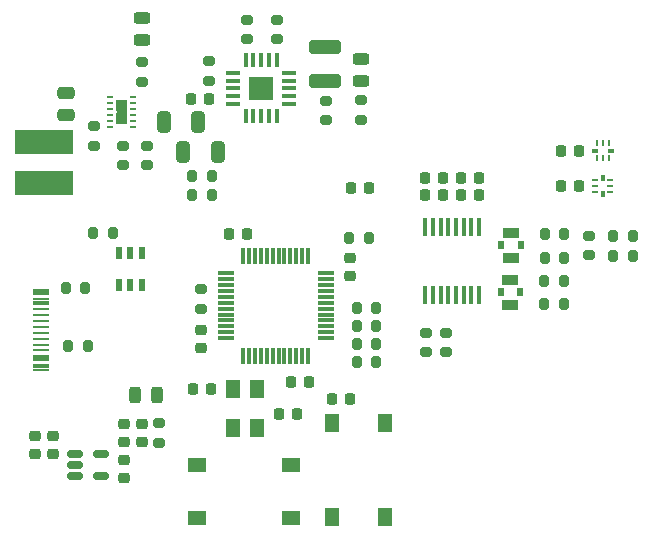
<source format=gbr>
%TF.GenerationSoftware,KiCad,Pcbnew,8.0.5*%
%TF.CreationDate,2024-10-07T09:03:38+02:00*%
%TF.ProjectId,ADC_Klipper_Board,4144435f-4b6c-4697-9070-65725f426f61,rev?*%
%TF.SameCoordinates,Original*%
%TF.FileFunction,Paste,Top*%
%TF.FilePolarity,Positive*%
%FSLAX46Y46*%
G04 Gerber Fmt 4.6, Leading zero omitted, Abs format (unit mm)*
G04 Created by KiCad (PCBNEW 8.0.5) date 2024-10-07 09:03:38*
%MOMM*%
%LPD*%
G01*
G04 APERTURE LIST*
G04 Aperture macros list*
%AMRoundRect*
0 Rectangle with rounded corners*
0 $1 Rounding radius*
0 $2 $3 $4 $5 $6 $7 $8 $9 X,Y pos of 4 corners*
0 Add a 4 corners polygon primitive as box body*
4,1,4,$2,$3,$4,$5,$6,$7,$8,$9,$2,$3,0*
0 Add four circle primitives for the rounded corners*
1,1,$1+$1,$2,$3*
1,1,$1+$1,$4,$5*
1,1,$1+$1,$6,$7*
1,1,$1+$1,$8,$9*
0 Add four rect primitives between the rounded corners*
20,1,$1+$1,$2,$3,$4,$5,0*
20,1,$1+$1,$4,$5,$6,$7,0*
20,1,$1+$1,$6,$7,$8,$9,0*
20,1,$1+$1,$8,$9,$2,$3,0*%
G04 Aperture macros list end*
%ADD10C,0.000000*%
%ADD11RoundRect,0.225000X0.225000X0.250000X-0.225000X0.250000X-0.225000X-0.250000X0.225000X-0.250000X0*%
%ADD12RoundRect,0.200000X-0.275000X0.200000X-0.275000X-0.200000X0.275000X-0.200000X0.275000X0.200000X0*%
%ADD13RoundRect,0.200000X0.200000X0.275000X-0.200000X0.275000X-0.200000X-0.275000X0.200000X-0.275000X0*%
%ADD14RoundRect,0.200000X-0.200000X-0.275000X0.200000X-0.275000X0.200000X0.275000X-0.200000X0.275000X0*%
%ADD15RoundRect,0.200000X0.275000X-0.200000X0.275000X0.200000X-0.275000X0.200000X-0.275000X-0.200000X0*%
%ADD16RoundRect,0.225000X0.250000X-0.225000X0.250000X0.225000X-0.250000X0.225000X-0.250000X-0.225000X0*%
%ADD17RoundRect,0.225000X-0.250000X0.225000X-0.250000X-0.225000X0.250000X-0.225000X0.250000X0.225000X0*%
%ADD18RoundRect,0.250000X-0.325000X-0.650000X0.325000X-0.650000X0.325000X0.650000X-0.325000X0.650000X0*%
%ADD19R,0.249999X0.549999*%
%ADD20R,0.200000X0.549999*%
%ADD21R,0.599999X0.299999*%
%ADD22RoundRect,0.225000X-0.225000X-0.250000X0.225000X-0.250000X0.225000X0.250000X-0.225000X0.250000X0*%
%ADD23RoundRect,0.243750X-0.456250X0.243750X-0.456250X-0.243750X0.456250X-0.243750X0.456250X0.243750X0*%
%ADD24R,1.549400X1.295400*%
%ADD25R,0.499999X0.249999*%
%ADD26R,0.900001X2.000001*%
%ADD27R,0.549999X0.249999*%
%ADD28R,0.549999X0.200000*%
%ADD29R,0.299999X0.599999*%
%ADD30RoundRect,0.051250X0.153750X-0.733750X0.153750X0.733750X-0.153750X0.733750X-0.153750X-0.733750X0*%
%ADD31R,1.473200X0.863600*%
%ADD32R,0.533400X0.685800*%
%ADD33R,0.558800X0.977900*%
%ADD34R,0.300000X1.475000*%
%ADD35R,1.475000X0.300000*%
%ADD36R,4.900001X2.100000*%
%ADD37RoundRect,0.250000X0.325000X0.650000X-0.325000X0.650000X-0.325000X-0.650000X0.325000X-0.650000X0*%
%ADD38RoundRect,0.250000X1.100000X-0.325000X1.100000X0.325000X-1.100000X0.325000X-1.100000X-0.325000X0*%
%ADD39R,1.450000X0.250000*%
%ADD40R,1.450000X0.300000*%
%ADD41R,1.295400X1.549400*%
%ADD42R,1.300000X1.600000*%
%ADD43RoundRect,0.150000X-0.512500X-0.150000X0.512500X-0.150000X0.512500X0.150000X-0.512500X0.150000X0*%
%ADD44RoundRect,0.243750X-0.243750X-0.456250X0.243750X-0.456250X0.243750X0.456250X-0.243750X0.456250X0*%
%ADD45R,1.207120X0.315831*%
%ADD46R,0.315831X1.207120*%
%ADD47RoundRect,0.250000X0.475000X-0.250000X0.475000X0.250000X-0.475000X0.250000X-0.475000X-0.250000X0*%
G04 APERTURE END LIST*
D10*
%TO.C,U1*%
G36*
X108710157Y-61550951D02*
G01*
X108719443Y-61553768D01*
X108728000Y-61558342D01*
X108735503Y-61564497D01*
X108741658Y-61572000D01*
X108746232Y-61580557D01*
X108749049Y-61589843D01*
X108750002Y-61599501D01*
X108750002Y-62400500D01*
X108749049Y-62410157D01*
X108746232Y-62419443D01*
X108741658Y-62428000D01*
X108735503Y-62435503D01*
X108728000Y-62441658D01*
X108719443Y-62446232D01*
X108710157Y-62449049D01*
X108700500Y-62450002D01*
X107899500Y-62450002D01*
X107889843Y-62449049D01*
X107880557Y-62446232D01*
X107872000Y-62441658D01*
X107864497Y-62435503D01*
X107858342Y-62428000D01*
X107853768Y-62419443D01*
X107850951Y-62410157D01*
X107849998Y-62400500D01*
X107849998Y-61599501D01*
X107850951Y-61589843D01*
X107853768Y-61580557D01*
X107858342Y-61572000D01*
X107864497Y-61564497D01*
X107872000Y-61558342D01*
X107880557Y-61553768D01*
X107889843Y-61550951D01*
X107899500Y-61550001D01*
X108700500Y-61550001D01*
X108710157Y-61550951D01*
G37*
G36*
X108710157Y-62650949D02*
G01*
X108719443Y-62653766D01*
X108728000Y-62658340D01*
X108735503Y-62664495D01*
X108741658Y-62671998D01*
X108746232Y-62680555D01*
X108749049Y-62689841D01*
X108750002Y-62699498D01*
X108750002Y-63500497D01*
X108749049Y-63510155D01*
X108746232Y-63519441D01*
X108741658Y-63527998D01*
X108735503Y-63535501D01*
X108728000Y-63541656D01*
X108719443Y-63546230D01*
X108710157Y-63549047D01*
X108700500Y-63549997D01*
X107899500Y-63549997D01*
X107889843Y-63549047D01*
X107880557Y-63546230D01*
X107872000Y-63541656D01*
X107864497Y-63535501D01*
X107858342Y-63527998D01*
X107853768Y-63519441D01*
X107850951Y-63510155D01*
X107849998Y-63500497D01*
X107849998Y-62699498D01*
X107850951Y-62689841D01*
X107853768Y-62680555D01*
X107858342Y-62671998D01*
X107864497Y-62664495D01*
X107872000Y-62658340D01*
X107880557Y-62653766D01*
X107889843Y-62650949D01*
X107899500Y-62649996D01*
X108700500Y-62649996D01*
X108710157Y-62650949D01*
G37*
%TO.C,U3*%
G36*
X121121117Y-61561118D02*
G01*
X119128883Y-61561118D01*
X119128883Y-59568884D01*
X121121117Y-59568884D01*
X121121117Y-61561118D01*
G37*
%TD*%
D11*
%TO.C,C14*%
X124165000Y-85400000D03*
X122615000Y-85400000D03*
%TD*%
D12*
%TO.C,R2*%
X110490000Y-65415000D03*
X110490000Y-67065000D03*
%TD*%
D13*
%TO.C,R12*%
X105250000Y-77450000D03*
X103600000Y-77450000D03*
%TD*%
D11*
%TO.C,C11*%
X123175000Y-88100000D03*
X121625000Y-88100000D03*
%TD*%
D14*
%TO.C,R11*%
X127588000Y-73200001D03*
X129238000Y-73200001D03*
%TD*%
%TO.C,R23*%
X128215000Y-79175001D03*
X129865000Y-79175001D03*
%TD*%
D15*
%TO.C,R1*%
X105950000Y-65410000D03*
X105950000Y-63760000D03*
%TD*%
D12*
%TO.C,R7*%
X115750000Y-58275000D03*
X115750000Y-59925000D03*
%TD*%
D16*
%TO.C,C4*%
X108500000Y-93575000D03*
X108500000Y-92025000D03*
%TD*%
D17*
%TO.C,C16*%
X127638000Y-74925001D03*
X127638000Y-76475001D03*
%TD*%
D12*
%TO.C,R3*%
X108400000Y-65400000D03*
X108400000Y-67050000D03*
%TD*%
D18*
%TO.C,C7*%
X111860000Y-63420000D03*
X114810000Y-63420000D03*
%TD*%
D19*
%TO.C,U5*%
X149559998Y-65182500D03*
D20*
X149059999Y-65182500D03*
D19*
X148560000Y-65182500D03*
D21*
X148409998Y-65832501D03*
D19*
X148560000Y-66482502D03*
D20*
X149059999Y-66482502D03*
D19*
X149559998Y-66482502D03*
D21*
X149710000Y-65832501D03*
%TD*%
D11*
%TO.C,C15*%
X127687002Y-86850000D03*
X126137002Y-86850000D03*
%TD*%
D22*
%TO.C,C17*%
X117375000Y-72860000D03*
X118925000Y-72860000D03*
%TD*%
D14*
%TO.C,R29*%
X144078401Y-78841599D03*
X145728401Y-78841599D03*
%TD*%
D23*
%TO.C,D3*%
X110000000Y-54625000D03*
X110000000Y-56500000D03*
%TD*%
D15*
%TO.C,R8*%
X118960000Y-56400001D03*
X118960000Y-54750001D03*
%TD*%
D14*
%TO.C,R17*%
X114300000Y-69600000D03*
X115950000Y-69600000D03*
%TD*%
D15*
%TO.C,R6*%
X110000000Y-60000000D03*
X110000000Y-58350000D03*
%TD*%
D16*
%TO.C,C3*%
X102500000Y-91500000D03*
X102500000Y-89950000D03*
%TD*%
D11*
%TO.C,C18*%
X129250000Y-69000000D03*
X127700000Y-69000000D03*
%TD*%
D14*
%TO.C,R28*%
X144078401Y-76841599D03*
X145728401Y-76841599D03*
%TD*%
%TO.C,R20*%
X128215000Y-83700001D03*
X129865000Y-83700001D03*
%TD*%
D22*
%TO.C,C22*%
X137050000Y-69620000D03*
X138600000Y-69620000D03*
%TD*%
D13*
%TO.C,R13*%
X105445000Y-82340000D03*
X103795000Y-82340000D03*
%TD*%
D24*
%TO.C,S2*%
X114712004Y-92411998D03*
X122662000Y-92411998D03*
X114712004Y-96912000D03*
X122662000Y-96912000D03*
%TD*%
D15*
%TO.C,R9*%
X121460000Y-56400001D03*
X121460000Y-54750001D03*
%TD*%
D11*
%TO.C,C21*%
X147070000Y-68820000D03*
X145520000Y-68820000D03*
%TD*%
D25*
%TO.C,U1*%
X107350002Y-61299999D03*
X107350002Y-61800001D03*
X107350002Y-62299999D03*
X107350002Y-62799999D03*
X107350002Y-63300000D03*
X107350002Y-63799999D03*
X109250001Y-63799999D03*
X109250001Y-63300000D03*
X109250001Y-62799999D03*
X109250001Y-62299999D03*
X109250001Y-61800001D03*
X109250001Y-61299999D03*
D26*
X108300003Y-62549999D03*
%TD*%
D13*
%TO.C,R26*%
X145770000Y-74880000D03*
X144120000Y-74880000D03*
%TD*%
D27*
%TO.C,U6*%
X148395000Y-68320001D03*
D28*
X148395000Y-68820000D03*
D27*
X148395000Y-69319999D03*
D29*
X149045001Y-69470001D03*
D27*
X149695002Y-69319999D03*
D28*
X149695002Y-68820000D03*
D27*
X149695002Y-68320001D03*
D29*
X149045001Y-68169999D03*
%TD*%
D30*
%TO.C,U4*%
X134025000Y-78070000D03*
X134675000Y-78070000D03*
X135325000Y-78070000D03*
X135975000Y-78070000D03*
X136625000Y-78070000D03*
X137275000Y-78070000D03*
X137925000Y-78070000D03*
X138575000Y-78070000D03*
X138575000Y-72330000D03*
X137925000Y-72330000D03*
X137275000Y-72330000D03*
X136625000Y-72330000D03*
X135975000Y-72330000D03*
X135325000Y-72330000D03*
X134675000Y-72330000D03*
X134025000Y-72330000D03*
%TD*%
D22*
%TO.C,C13*%
X114363000Y-86050001D03*
X115913000Y-86050001D03*
%TD*%
D11*
%TO.C,C25*%
X135550000Y-68120000D03*
X134000000Y-68120000D03*
%TD*%
D31*
%TO.C,U8*%
X141227901Y-78870000D03*
X141227901Y-76787200D03*
D32*
X140402401Y-77828600D03*
X142053401Y-77828600D03*
%TD*%
D15*
%TO.C,R4*%
X111500000Y-90575000D03*
X111500000Y-88925000D03*
%TD*%
D13*
%TO.C,R14*%
X107565000Y-72790000D03*
X105915000Y-72790000D03*
%TD*%
%TO.C,R25*%
X145770000Y-72880000D03*
X144120000Y-72880000D03*
%TD*%
D16*
%TO.C,C6*%
X110000000Y-90525000D03*
X110000000Y-88975000D03*
%TD*%
D33*
%TO.C,CR1*%
X108099998Y-77230500D03*
X109049999Y-77230500D03*
X110000000Y-77230500D03*
X110000000Y-74500000D03*
X109049999Y-74500000D03*
X108099998Y-74500000D03*
%TD*%
D23*
%TO.C,D2*%
X128600000Y-58100000D03*
X128600000Y-59975000D03*
%TD*%
D11*
%TO.C,C9*%
X115750000Y-61425000D03*
X114200000Y-61425000D03*
%TD*%
D31*
%TO.C,U7*%
X141270000Y-74880000D03*
X141270000Y-72797200D03*
D32*
X140444500Y-73838600D03*
X142095500Y-73838600D03*
%TD*%
D16*
%TO.C,C12*%
X115013000Y-82550001D03*
X115013000Y-81000001D03*
%TD*%
D34*
%TO.C,IC1*%
X118600000Y-83200000D03*
X119100000Y-83200000D03*
X119600000Y-83200000D03*
X120100000Y-83200000D03*
X120600000Y-83200000D03*
X121100000Y-83200000D03*
X121600000Y-83200000D03*
X122100000Y-83200000D03*
X122600000Y-83200000D03*
X123100000Y-83200000D03*
X123600000Y-83200000D03*
X124100000Y-83200000D03*
D35*
X125588000Y-81712000D03*
X125588000Y-81212000D03*
X125588000Y-80712000D03*
X125588000Y-80212000D03*
X125588000Y-79712000D03*
X125588000Y-79212000D03*
X125588000Y-78712000D03*
X125588000Y-78212000D03*
X125588000Y-77712000D03*
X125588000Y-77212000D03*
X125588000Y-76712000D03*
X125588000Y-76212000D03*
D34*
X124100000Y-74724000D03*
X123600000Y-74724000D03*
X123100000Y-74724000D03*
X122600000Y-74724000D03*
X122100000Y-74724000D03*
X121600000Y-74724000D03*
X121100000Y-74724000D03*
X120600000Y-74724000D03*
X120100000Y-74724000D03*
X119600000Y-74724000D03*
X119100000Y-74724000D03*
X118600000Y-74724000D03*
D35*
X117112000Y-76212000D03*
X117112000Y-76712000D03*
X117112000Y-77212000D03*
X117112000Y-77712000D03*
X117112000Y-78212000D03*
X117112000Y-78712000D03*
X117112000Y-79212000D03*
X117112000Y-79712000D03*
X117112000Y-80212000D03*
X117112000Y-80712000D03*
X117112000Y-81212000D03*
X117112000Y-81712000D03*
%TD*%
D36*
%TO.C,L1*%
X101780000Y-65140000D03*
X101780000Y-68540000D03*
%TD*%
D16*
%TO.C,C5*%
X108500000Y-90525000D03*
X108500000Y-88975000D03*
%TD*%
D37*
%TO.C,C8*%
X116455000Y-65920000D03*
X113505000Y-65920000D03*
%TD*%
D16*
%TO.C,C2*%
X101000000Y-91500000D03*
X101000000Y-89950000D03*
%TD*%
D38*
%TO.C,C10*%
X125560000Y-59965001D03*
X125560000Y-57015001D03*
%TD*%
D22*
%TO.C,C23*%
X137050000Y-68120000D03*
X138600000Y-68120000D03*
%TD*%
D14*
%TO.C,R22*%
X128227000Y-80700000D03*
X129877000Y-80700000D03*
%TD*%
D11*
%TO.C,C24*%
X135550000Y-69620000D03*
X134000000Y-69620000D03*
%TD*%
D15*
%TO.C,R21*%
X134075000Y-82887500D03*
X134075000Y-81237500D03*
%TD*%
D39*
%TO.C,J1*%
X101500000Y-77625000D03*
X101500000Y-78425000D03*
X101500000Y-79750000D03*
X101500000Y-80750000D03*
X101500000Y-81250000D03*
X101500000Y-82250000D03*
X101500000Y-83575000D03*
X101500000Y-84375000D03*
D40*
X101500000Y-84100000D03*
X101500000Y-83300000D03*
D39*
X101500000Y-82750000D03*
X101500000Y-81750000D03*
X101500000Y-80250000D03*
X101500000Y-79250000D03*
D40*
X101500000Y-78700000D03*
X101500000Y-77900000D03*
%TD*%
D15*
%TO.C,R5*%
X128600000Y-63200000D03*
X128600000Y-61550000D03*
%TD*%
D41*
%TO.C,S1*%
X130600002Y-88900000D03*
X130600002Y-96849996D03*
X126100000Y-88900000D03*
X126100000Y-96849996D03*
%TD*%
D15*
%TO.C,R19*%
X115012000Y-79237000D03*
X115012000Y-77587000D03*
%TD*%
D42*
%TO.C,Y1*%
X117738000Y-89325001D03*
X117738000Y-86025001D03*
X119738000Y-86025001D03*
X119738000Y-89325001D03*
%TD*%
D43*
%TO.C,U2*%
X104327500Y-91520000D03*
X104327500Y-92470000D03*
X104327500Y-93420000D03*
X106602500Y-93420000D03*
X106602500Y-91520000D03*
%TD*%
D13*
%TO.C,R18*%
X115925000Y-68000000D03*
X114275000Y-68000000D03*
%TD*%
D12*
%TO.C,R27*%
X147870000Y-73045000D03*
X147870000Y-74695000D03*
%TD*%
D14*
%TO.C,R24*%
X128215000Y-82180001D03*
X129865000Y-82180001D03*
%TD*%
D13*
%TO.C,R30*%
X151595000Y-73060000D03*
X149945000Y-73060000D03*
%TD*%
%TO.C,R31*%
X151595000Y-74720000D03*
X149945000Y-74720000D03*
%TD*%
D44*
%TO.C,D1*%
X109462500Y-86500000D03*
X111337500Y-86500000D03*
%TD*%
D45*
%TO.C,U3*%
X122500550Y-61865001D03*
X122500550Y-61215000D03*
X122500550Y-60565001D03*
X122500550Y-59915000D03*
X122500550Y-59265001D03*
D46*
X121425000Y-58189451D03*
X120774999Y-58189451D03*
X120125000Y-58189451D03*
X119474999Y-58189451D03*
X118825000Y-58189451D03*
D45*
X117749450Y-59265001D03*
X117749450Y-59915000D03*
X117749450Y-60565001D03*
X117749450Y-61215000D03*
X117749450Y-61865001D03*
D46*
X118825000Y-62940551D03*
X119474999Y-62940551D03*
X120125000Y-62940551D03*
X120774999Y-62940551D03*
X121425000Y-62940551D03*
%TD*%
D15*
%TO.C,R10*%
X125600000Y-63250000D03*
X125600000Y-61600000D03*
%TD*%
D11*
%TO.C,C20*%
X147060000Y-65832501D03*
X145510000Y-65832501D03*
%TD*%
D47*
%TO.C,C1*%
X103600000Y-62850000D03*
X103600000Y-60950000D03*
%TD*%
D15*
%TO.C,R33*%
X135750000Y-82887501D03*
X135750000Y-81237501D03*
%TD*%
M02*

</source>
